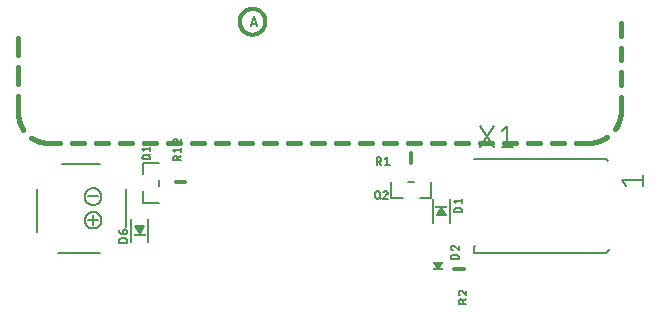
<source format=gbr>
G04 EAGLE Gerber RS-274X export*
G75*
%MOMM*%
%FSLAX34Y34*%
%LPD*%
%INSilkscreen Top*%
%IPPOS*%
%AMOC8*
5,1,8,0,0,1.08239X$1,22.5*%
G01*
%ADD10C,0.406400*%
%ADD11C,0.304800*%
%ADD12C,0.203200*%
%ADD13C,0.127000*%
%ADD14C,0.152400*%
%ADD15R,1.000000X0.200000*%
%ADD16C,0.200000*%
%ADD17R,0.889000X0.190500*%

G36*
X358179Y24640D02*
X358179Y24640D01*
X358184Y24640D01*
X358300Y24666D01*
X358416Y24691D01*
X358420Y24693D01*
X358424Y24694D01*
X358526Y24755D01*
X358628Y24816D01*
X358631Y24819D01*
X358634Y24821D01*
X358749Y24943D01*
X362559Y30023D01*
X362567Y30039D01*
X362580Y30052D01*
X362624Y30148D01*
X362673Y30241D01*
X362676Y30259D01*
X362683Y30275D01*
X362695Y30380D01*
X362711Y30484D01*
X362708Y30502D01*
X362710Y30519D01*
X362688Y30622D01*
X362670Y30727D01*
X362662Y30742D01*
X362658Y30760D01*
X362604Y30850D01*
X362554Y30944D01*
X362541Y30956D01*
X362532Y30971D01*
X362452Y31040D01*
X362375Y31112D01*
X362358Y31119D01*
X362345Y31131D01*
X362247Y31170D01*
X362151Y31214D01*
X362133Y31216D01*
X362117Y31223D01*
X361950Y31241D01*
X354330Y31241D01*
X354312Y31238D01*
X354295Y31240D01*
X354191Y31219D01*
X354087Y31202D01*
X354072Y31193D01*
X354054Y31190D01*
X353963Y31136D01*
X353870Y31086D01*
X353858Y31074D01*
X353842Y31065D01*
X353773Y30985D01*
X353701Y30908D01*
X353693Y30892D01*
X353681Y30878D01*
X353641Y30781D01*
X353597Y30685D01*
X353595Y30667D01*
X353588Y30651D01*
X353581Y30545D01*
X353570Y30441D01*
X353574Y30423D01*
X353572Y30405D01*
X353600Y30303D01*
X353622Y30200D01*
X353631Y30185D01*
X353636Y30168D01*
X353721Y30023D01*
X357531Y24943D01*
X357534Y24940D01*
X357536Y24937D01*
X357623Y24855D01*
X357708Y24773D01*
X357712Y24771D01*
X357715Y24768D01*
X357824Y24718D01*
X357931Y24668D01*
X357935Y24668D01*
X357939Y24666D01*
X358057Y24653D01*
X358175Y24640D01*
X358179Y24640D01*
G37*
G36*
X363005Y71544D02*
X363005Y71544D01*
X363077Y71544D01*
X363145Y71564D01*
X363216Y71574D01*
X363281Y71603D01*
X363350Y71623D01*
X363410Y71661D01*
X363475Y71690D01*
X363530Y71736D01*
X363590Y71774D01*
X363638Y71828D01*
X363692Y71874D01*
X363732Y71933D01*
X363779Y71987D01*
X363810Y72051D01*
X363850Y72110D01*
X363871Y72179D01*
X363902Y72243D01*
X363914Y72313D01*
X363935Y72381D01*
X363937Y72453D01*
X363949Y72524D01*
X363941Y72594D01*
X363943Y72665D01*
X363924Y72735D01*
X363916Y72806D01*
X363891Y72861D01*
X363871Y72940D01*
X363810Y73043D01*
X363779Y73112D01*
X361779Y76112D01*
X361702Y76199D01*
X361629Y76289D01*
X361607Y76304D01*
X361589Y76324D01*
X361492Y76386D01*
X361397Y76453D01*
X361371Y76461D01*
X361349Y76476D01*
X361238Y76508D01*
X361128Y76546D01*
X361101Y76547D01*
X361076Y76554D01*
X360960Y76554D01*
X360844Y76560D01*
X360818Y76554D01*
X360791Y76554D01*
X360680Y76522D01*
X360567Y76496D01*
X360544Y76483D01*
X360518Y76475D01*
X360420Y76413D01*
X360319Y76357D01*
X360303Y76339D01*
X360278Y76324D01*
X360093Y76116D01*
X360089Y76112D01*
X358089Y73112D01*
X358058Y73048D01*
X358019Y72988D01*
X357997Y72920D01*
X357966Y72856D01*
X357954Y72785D01*
X357933Y72717D01*
X357931Y72646D01*
X357919Y72576D01*
X357927Y72504D01*
X357925Y72433D01*
X357943Y72364D01*
X357952Y72293D01*
X357979Y72227D01*
X357997Y72158D01*
X358034Y72097D01*
X358061Y72031D01*
X358106Y71975D01*
X358143Y71913D01*
X358194Y71864D01*
X358239Y71809D01*
X358298Y71768D01*
X358350Y71719D01*
X358413Y71686D01*
X358471Y71645D01*
X358539Y71622D01*
X358603Y71589D01*
X358662Y71579D01*
X358740Y71552D01*
X358859Y71546D01*
X358934Y71534D01*
X362934Y71534D01*
X363005Y71544D01*
G37*
G36*
X105526Y55780D02*
X105526Y55780D01*
X105553Y55780D01*
X105664Y55812D01*
X105777Y55838D01*
X105800Y55851D01*
X105826Y55859D01*
X105924Y55921D01*
X106025Y55977D01*
X106041Y55995D01*
X106066Y56010D01*
X106251Y56218D01*
X106255Y56222D01*
X108255Y59222D01*
X108286Y59286D01*
X108326Y59346D01*
X108347Y59414D01*
X108378Y59478D01*
X108390Y59549D01*
X108411Y59617D01*
X108413Y59688D01*
X108425Y59759D01*
X108417Y59830D01*
X108419Y59901D01*
X108401Y59970D01*
X108392Y60041D01*
X108365Y60107D01*
X108347Y60176D01*
X108310Y60237D01*
X108283Y60303D01*
X108238Y60359D01*
X108202Y60421D01*
X108150Y60470D01*
X108105Y60525D01*
X108047Y60566D01*
X107994Y60615D01*
X107931Y60648D01*
X107873Y60689D01*
X107805Y60712D01*
X107741Y60745D01*
X107682Y60755D01*
X107604Y60782D01*
X107485Y60788D01*
X107410Y60800D01*
X103410Y60800D01*
X103339Y60790D01*
X103267Y60790D01*
X103199Y60770D01*
X103129Y60760D01*
X103063Y60731D01*
X102994Y60711D01*
X102934Y60673D01*
X102869Y60644D01*
X102814Y60598D01*
X102754Y60560D01*
X102706Y60507D01*
X102652Y60461D01*
X102612Y60401D01*
X102565Y60347D01*
X102534Y60283D01*
X102495Y60224D01*
X102473Y60156D01*
X102442Y60091D01*
X102430Y60021D01*
X102409Y59953D01*
X102407Y59881D01*
X102395Y59811D01*
X102403Y59740D01*
X102401Y59669D01*
X102420Y59599D01*
X102428Y59528D01*
X102453Y59473D01*
X102473Y59394D01*
X102534Y59291D01*
X102565Y59222D01*
X104565Y56222D01*
X104642Y56135D01*
X104715Y56045D01*
X104737Y56030D01*
X104755Y56010D01*
X104852Y55948D01*
X104947Y55881D01*
X104973Y55873D01*
X104995Y55858D01*
X105106Y55826D01*
X105216Y55788D01*
X105243Y55787D01*
X105268Y55780D01*
X105384Y55780D01*
X105500Y55774D01*
X105526Y55780D01*
G37*
D10*
X2540Y220980D02*
X2540Y206480D01*
X2540Y196480D02*
X2540Y181980D01*
X2540Y171980D02*
X2540Y157480D01*
X2548Y156857D01*
X2571Y156235D01*
X2609Y155613D01*
X2662Y154992D01*
X2731Y154373D01*
X2814Y153756D01*
X2913Y153141D01*
X3027Y152529D01*
X3156Y151920D01*
X3300Y151313D01*
X3459Y150711D01*
X3632Y150113D01*
X3820Y149519D01*
X4022Y148930D01*
X4239Y148346D01*
X4470Y147768D01*
X4715Y147195D01*
X4975Y146629D01*
X5248Y146069D01*
X5534Y145516D01*
X5834Y144970D01*
X6148Y144432D01*
X6474Y143901D01*
X6814Y143379D01*
X13839Y136354D02*
X14361Y136014D01*
X14892Y135688D01*
X15430Y135374D01*
X15976Y135074D01*
X16529Y134788D01*
X17089Y134515D01*
X17655Y134255D01*
X18228Y134010D01*
X18806Y133779D01*
X19390Y133562D01*
X19979Y133360D01*
X20573Y133172D01*
X21171Y132999D01*
X21773Y132840D01*
X22380Y132696D01*
X22989Y132567D01*
X23601Y132453D01*
X24216Y132354D01*
X24833Y132271D01*
X25452Y132202D01*
X26073Y132149D01*
X26695Y132111D01*
X27317Y132088D01*
X27940Y132080D01*
X38253Y132080D01*
X48253Y132080D02*
X58566Y132080D01*
X68566Y132080D02*
X78879Y132080D01*
X88879Y132080D02*
X99192Y132080D01*
X109192Y132080D02*
X119505Y132080D01*
X129505Y132080D02*
X139818Y132080D01*
X149818Y132080D02*
X160131Y132080D01*
X170131Y132080D02*
X180444Y132080D01*
X190444Y132080D02*
X200757Y132080D01*
X210757Y132080D02*
X221070Y132080D01*
X231070Y132080D02*
X241383Y132080D01*
X251383Y132080D02*
X261697Y132080D01*
X271697Y132080D02*
X282010Y132080D01*
X292010Y132080D02*
X302323Y132080D01*
X312323Y132080D02*
X322636Y132080D01*
X332636Y132080D02*
X342949Y132080D01*
X352949Y132080D02*
X363262Y132080D01*
X373262Y132080D02*
X383575Y132080D01*
X393575Y132080D02*
X403888Y132080D01*
X413888Y132080D02*
X424201Y132080D01*
X434201Y132080D02*
X444514Y132080D01*
X454514Y132080D02*
X464827Y132080D01*
X474827Y132080D02*
X485140Y132080D01*
X485818Y132088D01*
X486495Y132113D01*
X487171Y132154D01*
X487847Y132211D01*
X488520Y132285D01*
X489192Y132375D01*
X489862Y132482D01*
X490528Y132604D01*
X491192Y132743D01*
X491851Y132898D01*
X492507Y133069D01*
X493159Y133255D01*
X493806Y133458D01*
X494447Y133676D01*
X495084Y133909D01*
X495714Y134158D01*
X496338Y134422D01*
X496956Y134701D01*
X497566Y134995D01*
X498170Y135304D01*
X498765Y135628D01*
X499353Y135965D01*
X499932Y136317D01*
X500503Y136683D01*
X501064Y137062D01*
X508098Y144096D02*
X508477Y144657D01*
X508843Y145228D01*
X509195Y145807D01*
X509532Y146395D01*
X509856Y146990D01*
X510165Y147594D01*
X510459Y148204D01*
X510738Y148822D01*
X511002Y149446D01*
X511251Y150076D01*
X511484Y150713D01*
X511702Y151354D01*
X511905Y152001D01*
X512091Y152653D01*
X512262Y153309D01*
X512417Y153968D01*
X512556Y154632D01*
X512678Y155298D01*
X512785Y155968D01*
X512875Y156640D01*
X512949Y157313D01*
X513006Y157989D01*
X513047Y158665D01*
X513072Y159342D01*
X513080Y160020D01*
X513080Y170935D01*
X513080Y180935D02*
X513080Y191850D01*
X513080Y201850D02*
X513080Y212765D01*
X513080Y222765D02*
X513080Y233680D01*
D11*
X190119Y234626D02*
X190122Y234894D01*
X190132Y235162D01*
X190149Y235430D01*
X190172Y235697D01*
X190201Y235963D01*
X190237Y236229D01*
X190280Y236494D01*
X190329Y236757D01*
X190384Y237019D01*
X190446Y237280D01*
X190515Y237540D01*
X190589Y237797D01*
X190670Y238053D01*
X190758Y238306D01*
X190851Y238557D01*
X190951Y238806D01*
X191056Y239053D01*
X191168Y239297D01*
X191285Y239538D01*
X191409Y239776D01*
X191538Y240010D01*
X191673Y240242D01*
X191814Y240470D01*
X191960Y240695D01*
X192112Y240916D01*
X192269Y241133D01*
X192431Y241347D01*
X192599Y241556D01*
X192771Y241761D01*
X192949Y241962D01*
X193131Y242159D01*
X193319Y242350D01*
X193510Y242538D01*
X193707Y242720D01*
X193908Y242898D01*
X194113Y243070D01*
X194322Y243238D01*
X194536Y243400D01*
X194753Y243557D01*
X194974Y243709D01*
X195199Y243855D01*
X195427Y243996D01*
X195659Y244131D01*
X195893Y244260D01*
X196131Y244384D01*
X196372Y244501D01*
X196616Y244613D01*
X196863Y244718D01*
X197112Y244818D01*
X197363Y244911D01*
X197616Y244999D01*
X197872Y245080D01*
X198129Y245154D01*
X198389Y245223D01*
X198650Y245285D01*
X198912Y245340D01*
X199175Y245389D01*
X199440Y245432D01*
X199706Y245468D01*
X199972Y245497D01*
X200239Y245520D01*
X200507Y245537D01*
X200775Y245547D01*
X201043Y245550D01*
X201311Y245547D01*
X201579Y245537D01*
X201847Y245520D01*
X202114Y245497D01*
X202380Y245468D01*
X202646Y245432D01*
X202911Y245389D01*
X203174Y245340D01*
X203436Y245285D01*
X203697Y245223D01*
X203957Y245154D01*
X204214Y245080D01*
X204470Y244999D01*
X204723Y244911D01*
X204974Y244818D01*
X205223Y244718D01*
X205470Y244613D01*
X205714Y244501D01*
X205955Y244384D01*
X206193Y244260D01*
X206427Y244131D01*
X206659Y243996D01*
X206887Y243855D01*
X207112Y243709D01*
X207333Y243557D01*
X207550Y243400D01*
X207764Y243238D01*
X207973Y243070D01*
X208178Y242898D01*
X208379Y242720D01*
X208576Y242538D01*
X208767Y242350D01*
X208955Y242159D01*
X209137Y241962D01*
X209315Y241761D01*
X209487Y241556D01*
X209655Y241347D01*
X209817Y241133D01*
X209974Y240916D01*
X210126Y240695D01*
X210272Y240470D01*
X210413Y240242D01*
X210548Y240010D01*
X210677Y239776D01*
X210801Y239538D01*
X210918Y239297D01*
X211030Y239053D01*
X211135Y238806D01*
X211235Y238557D01*
X211328Y238306D01*
X211416Y238053D01*
X211497Y237797D01*
X211571Y237540D01*
X211640Y237280D01*
X211702Y237019D01*
X211757Y236757D01*
X211806Y236494D01*
X211849Y236229D01*
X211885Y235963D01*
X211914Y235697D01*
X211937Y235430D01*
X211954Y235162D01*
X211964Y234894D01*
X211967Y234626D01*
X211964Y234358D01*
X211954Y234090D01*
X211937Y233822D01*
X211914Y233555D01*
X211885Y233289D01*
X211849Y233023D01*
X211806Y232758D01*
X211757Y232495D01*
X211702Y232233D01*
X211640Y231972D01*
X211571Y231712D01*
X211497Y231455D01*
X211416Y231199D01*
X211328Y230946D01*
X211235Y230695D01*
X211135Y230446D01*
X211030Y230199D01*
X210918Y229955D01*
X210801Y229714D01*
X210677Y229476D01*
X210548Y229242D01*
X210413Y229010D01*
X210272Y228782D01*
X210126Y228557D01*
X209974Y228336D01*
X209817Y228119D01*
X209655Y227905D01*
X209487Y227696D01*
X209315Y227491D01*
X209137Y227290D01*
X208955Y227093D01*
X208767Y226902D01*
X208576Y226714D01*
X208379Y226532D01*
X208178Y226354D01*
X207973Y226182D01*
X207764Y226014D01*
X207550Y225852D01*
X207333Y225695D01*
X207112Y225543D01*
X206887Y225397D01*
X206659Y225256D01*
X206427Y225121D01*
X206193Y224992D01*
X205955Y224868D01*
X205714Y224751D01*
X205470Y224639D01*
X205223Y224534D01*
X204974Y224434D01*
X204723Y224341D01*
X204470Y224253D01*
X204214Y224172D01*
X203957Y224098D01*
X203697Y224029D01*
X203436Y223967D01*
X203174Y223912D01*
X202911Y223863D01*
X202646Y223820D01*
X202380Y223784D01*
X202114Y223755D01*
X201847Y223732D01*
X201579Y223715D01*
X201311Y223705D01*
X201043Y223702D01*
X200775Y223705D01*
X200507Y223715D01*
X200239Y223732D01*
X199972Y223755D01*
X199706Y223784D01*
X199440Y223820D01*
X199175Y223863D01*
X198912Y223912D01*
X198650Y223967D01*
X198389Y224029D01*
X198129Y224098D01*
X197872Y224172D01*
X197616Y224253D01*
X197363Y224341D01*
X197112Y224434D01*
X196863Y224534D01*
X196616Y224639D01*
X196372Y224751D01*
X196131Y224868D01*
X195893Y224992D01*
X195659Y225121D01*
X195427Y225256D01*
X195199Y225397D01*
X194974Y225543D01*
X194753Y225695D01*
X194536Y225852D01*
X194322Y226014D01*
X194113Y226182D01*
X193908Y226354D01*
X193707Y226532D01*
X193510Y226714D01*
X193319Y226902D01*
X193131Y227093D01*
X192949Y227290D01*
X192771Y227491D01*
X192599Y227696D01*
X192431Y227905D01*
X192269Y228119D01*
X192112Y228336D01*
X191960Y228557D01*
X191814Y228782D01*
X191673Y229010D01*
X191538Y229242D01*
X191409Y229476D01*
X191285Y229714D01*
X191168Y229955D01*
X191056Y230199D01*
X190951Y230446D01*
X190851Y230695D01*
X190758Y230946D01*
X190670Y231199D01*
X190589Y231455D01*
X190515Y231712D01*
X190446Y231972D01*
X190384Y232233D01*
X190329Y232495D01*
X190280Y232758D01*
X190237Y233023D01*
X190201Y233289D01*
X190172Y233555D01*
X190149Y233822D01*
X190132Y234090D01*
X190122Y234358D01*
X190119Y234626D01*
D12*
X199544Y231037D02*
X202253Y239165D01*
X204963Y231037D01*
X204285Y233069D02*
X200221Y233069D01*
D13*
X58936Y66708D02*
X58938Y66882D01*
X58945Y67055D01*
X58955Y67228D01*
X58970Y67401D01*
X58989Y67574D01*
X59013Y67746D01*
X59040Y67917D01*
X59072Y68087D01*
X59108Y68257D01*
X59148Y68426D01*
X59192Y68594D01*
X59240Y68761D01*
X59293Y68926D01*
X59349Y69090D01*
X59410Y69253D01*
X59474Y69414D01*
X59543Y69573D01*
X59615Y69731D01*
X59691Y69887D01*
X59771Y70041D01*
X59855Y70193D01*
X59942Y70343D01*
X60033Y70491D01*
X60128Y70636D01*
X60226Y70780D01*
X60328Y70920D01*
X60433Y71058D01*
X60541Y71194D01*
X60653Y71327D01*
X60768Y71457D01*
X60886Y71584D01*
X61007Y71708D01*
X61131Y71829D01*
X61258Y71947D01*
X61388Y72062D01*
X61521Y72174D01*
X61657Y72282D01*
X61795Y72387D01*
X61935Y72489D01*
X62079Y72587D01*
X62224Y72682D01*
X62372Y72773D01*
X62522Y72860D01*
X62674Y72944D01*
X62828Y73024D01*
X62984Y73100D01*
X63142Y73172D01*
X63301Y73241D01*
X63462Y73305D01*
X63625Y73366D01*
X63789Y73422D01*
X63954Y73475D01*
X64121Y73523D01*
X64289Y73567D01*
X64458Y73607D01*
X64628Y73643D01*
X64798Y73675D01*
X64969Y73702D01*
X65141Y73726D01*
X65314Y73745D01*
X65487Y73760D01*
X65660Y73770D01*
X65833Y73777D01*
X66007Y73779D01*
X66181Y73777D01*
X66354Y73770D01*
X66527Y73760D01*
X66700Y73745D01*
X66873Y73726D01*
X67045Y73702D01*
X67216Y73675D01*
X67386Y73643D01*
X67556Y73607D01*
X67725Y73567D01*
X67893Y73523D01*
X68060Y73475D01*
X68225Y73422D01*
X68389Y73366D01*
X68552Y73305D01*
X68713Y73241D01*
X68872Y73172D01*
X69030Y73100D01*
X69186Y73024D01*
X69340Y72944D01*
X69492Y72860D01*
X69642Y72773D01*
X69790Y72682D01*
X69935Y72587D01*
X70079Y72489D01*
X70219Y72387D01*
X70357Y72282D01*
X70493Y72174D01*
X70626Y72062D01*
X70756Y71947D01*
X70883Y71829D01*
X71007Y71708D01*
X71128Y71584D01*
X71246Y71457D01*
X71361Y71327D01*
X71473Y71194D01*
X71581Y71058D01*
X71686Y70920D01*
X71788Y70780D01*
X71886Y70636D01*
X71981Y70491D01*
X72072Y70343D01*
X72159Y70193D01*
X72243Y70041D01*
X72323Y69887D01*
X72399Y69731D01*
X72471Y69573D01*
X72540Y69414D01*
X72604Y69253D01*
X72665Y69090D01*
X72721Y68926D01*
X72774Y68761D01*
X72822Y68594D01*
X72866Y68426D01*
X72906Y68257D01*
X72942Y68087D01*
X72974Y67917D01*
X73001Y67746D01*
X73025Y67574D01*
X73044Y67401D01*
X73059Y67228D01*
X73069Y67055D01*
X73076Y66882D01*
X73078Y66708D01*
X73076Y66534D01*
X73069Y66361D01*
X73059Y66188D01*
X73044Y66015D01*
X73025Y65842D01*
X73001Y65670D01*
X72974Y65499D01*
X72942Y65329D01*
X72906Y65159D01*
X72866Y64990D01*
X72822Y64822D01*
X72774Y64655D01*
X72721Y64490D01*
X72665Y64326D01*
X72604Y64163D01*
X72540Y64002D01*
X72471Y63843D01*
X72399Y63685D01*
X72323Y63529D01*
X72243Y63375D01*
X72159Y63223D01*
X72072Y63073D01*
X71981Y62925D01*
X71886Y62780D01*
X71788Y62636D01*
X71686Y62496D01*
X71581Y62358D01*
X71473Y62222D01*
X71361Y62089D01*
X71246Y61959D01*
X71128Y61832D01*
X71007Y61708D01*
X70883Y61587D01*
X70756Y61469D01*
X70626Y61354D01*
X70493Y61242D01*
X70357Y61134D01*
X70219Y61029D01*
X70079Y60927D01*
X69935Y60829D01*
X69790Y60734D01*
X69642Y60643D01*
X69492Y60556D01*
X69340Y60472D01*
X69186Y60392D01*
X69030Y60316D01*
X68872Y60244D01*
X68713Y60175D01*
X68552Y60111D01*
X68389Y60050D01*
X68225Y59994D01*
X68060Y59941D01*
X67893Y59893D01*
X67725Y59849D01*
X67556Y59809D01*
X67386Y59773D01*
X67216Y59741D01*
X67045Y59714D01*
X66873Y59690D01*
X66700Y59671D01*
X66527Y59656D01*
X66354Y59646D01*
X66181Y59639D01*
X66007Y59637D01*
X65833Y59639D01*
X65660Y59646D01*
X65487Y59656D01*
X65314Y59671D01*
X65141Y59690D01*
X64969Y59714D01*
X64798Y59741D01*
X64628Y59773D01*
X64458Y59809D01*
X64289Y59849D01*
X64121Y59893D01*
X63954Y59941D01*
X63789Y59994D01*
X63625Y60050D01*
X63462Y60111D01*
X63301Y60175D01*
X63142Y60244D01*
X62984Y60316D01*
X62828Y60392D01*
X62674Y60472D01*
X62522Y60556D01*
X62372Y60643D01*
X62224Y60734D01*
X62079Y60829D01*
X61935Y60927D01*
X61795Y61029D01*
X61657Y61134D01*
X61521Y61242D01*
X61388Y61354D01*
X61258Y61469D01*
X61131Y61587D01*
X61007Y61708D01*
X60886Y61832D01*
X60768Y61959D01*
X60653Y62089D01*
X60541Y62222D01*
X60433Y62358D01*
X60328Y62496D01*
X60226Y62636D01*
X60128Y62780D01*
X60033Y62925D01*
X59942Y63073D01*
X59855Y63223D01*
X59771Y63375D01*
X59691Y63529D01*
X59615Y63685D01*
X59543Y63843D01*
X59474Y64002D01*
X59410Y64163D01*
X59349Y64326D01*
X59293Y64490D01*
X59240Y64655D01*
X59192Y64822D01*
X59148Y64990D01*
X59108Y65159D01*
X59072Y65329D01*
X59040Y65499D01*
X59013Y65670D01*
X58989Y65842D01*
X58970Y66015D01*
X58955Y66188D01*
X58945Y66361D01*
X58938Y66534D01*
X58936Y66708D01*
X62007Y66708D02*
X70007Y66708D01*
X66007Y70708D02*
X66007Y62708D01*
X18507Y56708D02*
X18507Y93208D01*
X36007Y39208D02*
X72007Y39208D01*
X93507Y60708D02*
X93507Y92708D01*
X72007Y114208D02*
X40007Y114208D01*
X58936Y86708D02*
X58938Y86882D01*
X58945Y87055D01*
X58955Y87228D01*
X58970Y87401D01*
X58989Y87574D01*
X59013Y87746D01*
X59040Y87917D01*
X59072Y88087D01*
X59108Y88257D01*
X59148Y88426D01*
X59192Y88594D01*
X59240Y88761D01*
X59293Y88926D01*
X59349Y89090D01*
X59410Y89253D01*
X59474Y89414D01*
X59543Y89573D01*
X59615Y89731D01*
X59691Y89887D01*
X59771Y90041D01*
X59855Y90193D01*
X59942Y90343D01*
X60033Y90491D01*
X60128Y90636D01*
X60226Y90780D01*
X60328Y90920D01*
X60433Y91058D01*
X60541Y91194D01*
X60653Y91327D01*
X60768Y91457D01*
X60886Y91584D01*
X61007Y91708D01*
X61131Y91829D01*
X61258Y91947D01*
X61388Y92062D01*
X61521Y92174D01*
X61657Y92282D01*
X61795Y92387D01*
X61935Y92489D01*
X62079Y92587D01*
X62224Y92682D01*
X62372Y92773D01*
X62522Y92860D01*
X62674Y92944D01*
X62828Y93024D01*
X62984Y93100D01*
X63142Y93172D01*
X63301Y93241D01*
X63462Y93305D01*
X63625Y93366D01*
X63789Y93422D01*
X63954Y93475D01*
X64121Y93523D01*
X64289Y93567D01*
X64458Y93607D01*
X64628Y93643D01*
X64798Y93675D01*
X64969Y93702D01*
X65141Y93726D01*
X65314Y93745D01*
X65487Y93760D01*
X65660Y93770D01*
X65833Y93777D01*
X66007Y93779D01*
X66181Y93777D01*
X66354Y93770D01*
X66527Y93760D01*
X66700Y93745D01*
X66873Y93726D01*
X67045Y93702D01*
X67216Y93675D01*
X67386Y93643D01*
X67556Y93607D01*
X67725Y93567D01*
X67893Y93523D01*
X68060Y93475D01*
X68225Y93422D01*
X68389Y93366D01*
X68552Y93305D01*
X68713Y93241D01*
X68872Y93172D01*
X69030Y93100D01*
X69186Y93024D01*
X69340Y92944D01*
X69492Y92860D01*
X69642Y92773D01*
X69790Y92682D01*
X69935Y92587D01*
X70079Y92489D01*
X70219Y92387D01*
X70357Y92282D01*
X70493Y92174D01*
X70626Y92062D01*
X70756Y91947D01*
X70883Y91829D01*
X71007Y91708D01*
X71128Y91584D01*
X71246Y91457D01*
X71361Y91327D01*
X71473Y91194D01*
X71581Y91058D01*
X71686Y90920D01*
X71788Y90780D01*
X71886Y90636D01*
X71981Y90491D01*
X72072Y90343D01*
X72159Y90193D01*
X72243Y90041D01*
X72323Y89887D01*
X72399Y89731D01*
X72471Y89573D01*
X72540Y89414D01*
X72604Y89253D01*
X72665Y89090D01*
X72721Y88926D01*
X72774Y88761D01*
X72822Y88594D01*
X72866Y88426D01*
X72906Y88257D01*
X72942Y88087D01*
X72974Y87917D01*
X73001Y87746D01*
X73025Y87574D01*
X73044Y87401D01*
X73059Y87228D01*
X73069Y87055D01*
X73076Y86882D01*
X73078Y86708D01*
X73076Y86534D01*
X73069Y86361D01*
X73059Y86188D01*
X73044Y86015D01*
X73025Y85842D01*
X73001Y85670D01*
X72974Y85499D01*
X72942Y85329D01*
X72906Y85159D01*
X72866Y84990D01*
X72822Y84822D01*
X72774Y84655D01*
X72721Y84490D01*
X72665Y84326D01*
X72604Y84163D01*
X72540Y84002D01*
X72471Y83843D01*
X72399Y83685D01*
X72323Y83529D01*
X72243Y83375D01*
X72159Y83223D01*
X72072Y83073D01*
X71981Y82925D01*
X71886Y82780D01*
X71788Y82636D01*
X71686Y82496D01*
X71581Y82358D01*
X71473Y82222D01*
X71361Y82089D01*
X71246Y81959D01*
X71128Y81832D01*
X71007Y81708D01*
X70883Y81587D01*
X70756Y81469D01*
X70626Y81354D01*
X70493Y81242D01*
X70357Y81134D01*
X70219Y81029D01*
X70079Y80927D01*
X69935Y80829D01*
X69790Y80734D01*
X69642Y80643D01*
X69492Y80556D01*
X69340Y80472D01*
X69186Y80392D01*
X69030Y80316D01*
X68872Y80244D01*
X68713Y80175D01*
X68552Y80111D01*
X68389Y80050D01*
X68225Y79994D01*
X68060Y79941D01*
X67893Y79893D01*
X67725Y79849D01*
X67556Y79809D01*
X67386Y79773D01*
X67216Y79741D01*
X67045Y79714D01*
X66873Y79690D01*
X66700Y79671D01*
X66527Y79656D01*
X66354Y79646D01*
X66181Y79639D01*
X66007Y79637D01*
X65833Y79639D01*
X65660Y79646D01*
X65487Y79656D01*
X65314Y79671D01*
X65141Y79690D01*
X64969Y79714D01*
X64798Y79741D01*
X64628Y79773D01*
X64458Y79809D01*
X64289Y79849D01*
X64121Y79893D01*
X63954Y79941D01*
X63789Y79994D01*
X63625Y80050D01*
X63462Y80111D01*
X63301Y80175D01*
X63142Y80244D01*
X62984Y80316D01*
X62828Y80392D01*
X62674Y80472D01*
X62522Y80556D01*
X62372Y80643D01*
X62224Y80734D01*
X62079Y80829D01*
X61935Y80927D01*
X61795Y81029D01*
X61657Y81134D01*
X61521Y81242D01*
X61388Y81354D01*
X61258Y81469D01*
X61131Y81587D01*
X61007Y81708D01*
X60886Y81832D01*
X60768Y81959D01*
X60653Y82089D01*
X60541Y82222D01*
X60433Y82358D01*
X60328Y82496D01*
X60226Y82636D01*
X60128Y82780D01*
X60033Y82925D01*
X59942Y83073D01*
X59855Y83223D01*
X59771Y83375D01*
X59691Y83529D01*
X59615Y83685D01*
X59543Y83843D01*
X59474Y84002D01*
X59410Y84163D01*
X59349Y84326D01*
X59293Y84490D01*
X59240Y84655D01*
X59192Y84822D01*
X59148Y84990D01*
X59108Y85159D01*
X59072Y85329D01*
X59040Y85499D01*
X59013Y85670D01*
X58989Y85842D01*
X58970Y86015D01*
X58955Y86188D01*
X58945Y86361D01*
X58938Y86534D01*
X58936Y86708D01*
X62007Y86708D02*
X70007Y86708D01*
D12*
X108585Y81574D02*
X121713Y81574D01*
X108585Y81574D02*
X108585Y91162D01*
X108585Y115022D02*
X121713Y115022D01*
X108585Y115022D02*
X108585Y105434D01*
X121793Y100522D02*
X121793Y95934D01*
D14*
X112593Y118110D02*
X109657Y118110D01*
X109572Y118112D01*
X109488Y118118D01*
X109404Y118128D01*
X109320Y118141D01*
X109237Y118159D01*
X109155Y118180D01*
X109074Y118205D01*
X108994Y118234D01*
X108916Y118266D01*
X108840Y118302D01*
X108765Y118342D01*
X108692Y118385D01*
X108621Y118431D01*
X108552Y118480D01*
X108485Y118533D01*
X108421Y118589D01*
X108360Y118647D01*
X108302Y118708D01*
X108246Y118772D01*
X108193Y118839D01*
X108144Y118908D01*
X108098Y118979D01*
X108055Y119052D01*
X108015Y119127D01*
X107979Y119203D01*
X107947Y119281D01*
X107918Y119361D01*
X107893Y119442D01*
X107872Y119524D01*
X107854Y119607D01*
X107841Y119691D01*
X107831Y119775D01*
X107825Y119859D01*
X107823Y119944D01*
X107825Y120029D01*
X107831Y120113D01*
X107841Y120197D01*
X107854Y120281D01*
X107872Y120364D01*
X107893Y120446D01*
X107918Y120527D01*
X107947Y120607D01*
X107979Y120685D01*
X108015Y120761D01*
X108055Y120836D01*
X108098Y120909D01*
X108144Y120980D01*
X108193Y121049D01*
X108246Y121116D01*
X108302Y121180D01*
X108360Y121241D01*
X108421Y121299D01*
X108485Y121355D01*
X108552Y121408D01*
X108621Y121457D01*
X108692Y121503D01*
X108765Y121546D01*
X108840Y121586D01*
X108916Y121622D01*
X108994Y121654D01*
X109074Y121683D01*
X109155Y121708D01*
X109237Y121729D01*
X109320Y121747D01*
X109404Y121760D01*
X109488Y121770D01*
X109572Y121776D01*
X109657Y121778D01*
X109657Y121779D02*
X112593Y121779D01*
X112593Y121778D02*
X112678Y121776D01*
X112762Y121770D01*
X112846Y121760D01*
X112930Y121747D01*
X113013Y121729D01*
X113095Y121708D01*
X113176Y121683D01*
X113256Y121654D01*
X113334Y121622D01*
X113410Y121586D01*
X113485Y121546D01*
X113558Y121503D01*
X113629Y121457D01*
X113698Y121408D01*
X113765Y121355D01*
X113829Y121299D01*
X113890Y121241D01*
X113948Y121180D01*
X114004Y121116D01*
X114057Y121049D01*
X114106Y120980D01*
X114152Y120909D01*
X114195Y120836D01*
X114235Y120761D01*
X114271Y120685D01*
X114303Y120607D01*
X114332Y120527D01*
X114357Y120446D01*
X114378Y120364D01*
X114396Y120281D01*
X114409Y120197D01*
X114419Y120113D01*
X114425Y120029D01*
X114427Y119944D01*
X114425Y119859D01*
X114419Y119775D01*
X114409Y119691D01*
X114396Y119607D01*
X114378Y119524D01*
X114357Y119442D01*
X114332Y119361D01*
X114303Y119281D01*
X114271Y119203D01*
X114235Y119127D01*
X114195Y119052D01*
X114152Y118979D01*
X114106Y118908D01*
X114057Y118839D01*
X114004Y118772D01*
X113948Y118708D01*
X113890Y118647D01*
X113829Y118589D01*
X113765Y118533D01*
X113698Y118480D01*
X113629Y118431D01*
X113558Y118385D01*
X113485Y118342D01*
X113410Y118302D01*
X113334Y118266D01*
X113256Y118234D01*
X113176Y118205D01*
X113095Y118180D01*
X113013Y118159D01*
X112930Y118141D01*
X112846Y118128D01*
X112762Y118118D01*
X112678Y118112D01*
X112593Y118110D01*
X112959Y121045D02*
X114427Y122513D01*
X109291Y124955D02*
X107823Y126790D01*
X114427Y126790D01*
X114427Y128624D02*
X114427Y124955D01*
D11*
X135954Y98679D02*
X143954Y98679D01*
D14*
X140462Y117221D02*
X133858Y117221D01*
X133858Y119055D01*
X133860Y119140D01*
X133866Y119224D01*
X133876Y119308D01*
X133889Y119392D01*
X133907Y119475D01*
X133928Y119557D01*
X133953Y119638D01*
X133982Y119718D01*
X134014Y119796D01*
X134050Y119872D01*
X134090Y119947D01*
X134133Y120020D01*
X134179Y120091D01*
X134228Y120160D01*
X134281Y120227D01*
X134337Y120291D01*
X134395Y120352D01*
X134456Y120410D01*
X134520Y120466D01*
X134587Y120519D01*
X134656Y120568D01*
X134727Y120614D01*
X134800Y120657D01*
X134875Y120697D01*
X134951Y120733D01*
X135029Y120765D01*
X135109Y120794D01*
X135190Y120819D01*
X135272Y120840D01*
X135355Y120858D01*
X135439Y120871D01*
X135523Y120881D01*
X135607Y120887D01*
X135692Y120889D01*
X135777Y120887D01*
X135861Y120881D01*
X135945Y120871D01*
X136029Y120858D01*
X136112Y120840D01*
X136194Y120819D01*
X136275Y120794D01*
X136355Y120765D01*
X136433Y120733D01*
X136509Y120697D01*
X136584Y120657D01*
X136657Y120614D01*
X136728Y120568D01*
X136797Y120519D01*
X136864Y120466D01*
X136928Y120410D01*
X136989Y120352D01*
X137047Y120291D01*
X137103Y120227D01*
X137156Y120160D01*
X137205Y120091D01*
X137251Y120020D01*
X137294Y119947D01*
X137334Y119872D01*
X137370Y119796D01*
X137402Y119718D01*
X137431Y119638D01*
X137456Y119557D01*
X137477Y119475D01*
X137495Y119392D01*
X137508Y119308D01*
X137518Y119224D01*
X137524Y119140D01*
X137526Y119055D01*
X137527Y119055D02*
X137527Y117221D01*
X137527Y119422D02*
X140462Y120890D01*
X135326Y124457D02*
X133858Y126292D01*
X140462Y126292D01*
X140462Y128126D02*
X140462Y124457D01*
X133858Y133790D02*
X133860Y133869D01*
X133865Y133947D01*
X133875Y134025D01*
X133888Y134102D01*
X133905Y134179D01*
X133925Y134255D01*
X133949Y134330D01*
X133976Y134404D01*
X134007Y134476D01*
X134042Y134547D01*
X134079Y134616D01*
X134120Y134683D01*
X134164Y134748D01*
X134211Y134811D01*
X134261Y134871D01*
X134314Y134929D01*
X134370Y134985D01*
X134428Y135038D01*
X134488Y135088D01*
X134551Y135135D01*
X134616Y135179D01*
X134684Y135220D01*
X134752Y135257D01*
X134823Y135292D01*
X134895Y135323D01*
X134969Y135350D01*
X135044Y135374D01*
X135120Y135394D01*
X135197Y135411D01*
X135274Y135424D01*
X135352Y135434D01*
X135430Y135439D01*
X135509Y135441D01*
X133858Y133790D02*
X133860Y133701D01*
X133865Y133612D01*
X133875Y133524D01*
X133888Y133436D01*
X133904Y133349D01*
X133925Y133262D01*
X133949Y133177D01*
X133976Y133092D01*
X134007Y133009D01*
X134042Y132927D01*
X134080Y132846D01*
X134121Y132767D01*
X134165Y132691D01*
X134213Y132615D01*
X134264Y132542D01*
X134317Y132472D01*
X134374Y132403D01*
X134434Y132337D01*
X134496Y132274D01*
X134561Y132213D01*
X134628Y132155D01*
X134698Y132100D01*
X134770Y132047D01*
X134844Y131998D01*
X134920Y131952D01*
X134998Y131910D01*
X135078Y131870D01*
X135159Y131834D01*
X135242Y131801D01*
X135326Y131772D01*
X136793Y134891D02*
X136737Y134947D01*
X136678Y135001D01*
X136617Y135052D01*
X136553Y135101D01*
X136488Y135146D01*
X136420Y135189D01*
X136351Y135228D01*
X136280Y135265D01*
X136207Y135298D01*
X136133Y135327D01*
X136058Y135354D01*
X135982Y135377D01*
X135904Y135396D01*
X135826Y135412D01*
X135748Y135425D01*
X135668Y135434D01*
X135589Y135439D01*
X135509Y135441D01*
X136793Y134891D02*
X140462Y131773D01*
X140462Y135441D01*
D12*
X98410Y67785D02*
X98410Y47785D01*
X112410Y47785D02*
X112410Y67785D01*
X101410Y61285D02*
X105410Y55285D01*
X101410Y61285D02*
X109410Y61285D01*
X105410Y55285D01*
D15*
X105410Y54285D03*
D14*
X94648Y47547D02*
X88044Y47547D01*
X88044Y49381D01*
X88046Y49466D01*
X88052Y49550D01*
X88062Y49634D01*
X88075Y49718D01*
X88093Y49801D01*
X88114Y49883D01*
X88139Y49964D01*
X88168Y50044D01*
X88200Y50122D01*
X88236Y50198D01*
X88276Y50273D01*
X88319Y50346D01*
X88365Y50417D01*
X88414Y50486D01*
X88467Y50553D01*
X88523Y50617D01*
X88581Y50678D01*
X88642Y50736D01*
X88706Y50792D01*
X88773Y50845D01*
X88842Y50894D01*
X88913Y50940D01*
X88986Y50983D01*
X89061Y51023D01*
X89137Y51059D01*
X89216Y51091D01*
X89295Y51120D01*
X89376Y51145D01*
X89458Y51166D01*
X89541Y51184D01*
X89625Y51197D01*
X89709Y51207D01*
X89793Y51213D01*
X89878Y51215D01*
X89878Y51216D02*
X92814Y51216D01*
X92814Y51215D02*
X92899Y51213D01*
X92983Y51207D01*
X93067Y51197D01*
X93151Y51184D01*
X93234Y51166D01*
X93316Y51145D01*
X93397Y51120D01*
X93477Y51091D01*
X93555Y51059D01*
X93631Y51023D01*
X93706Y50983D01*
X93779Y50940D01*
X93850Y50894D01*
X93919Y50845D01*
X93986Y50792D01*
X94050Y50736D01*
X94111Y50678D01*
X94169Y50617D01*
X94225Y50553D01*
X94278Y50486D01*
X94327Y50417D01*
X94373Y50346D01*
X94416Y50273D01*
X94456Y50198D01*
X94492Y50122D01*
X94524Y50044D01*
X94553Y49964D01*
X94578Y49883D01*
X94599Y49801D01*
X94617Y49718D01*
X94630Y49634D01*
X94640Y49550D01*
X94646Y49466D01*
X94648Y49381D01*
X94648Y47547D01*
X90979Y55106D02*
X90979Y57307D01*
X90981Y57381D01*
X90987Y57456D01*
X90996Y57529D01*
X91009Y57603D01*
X91026Y57675D01*
X91046Y57746D01*
X91070Y57817D01*
X91098Y57886D01*
X91129Y57953D01*
X91163Y58019D01*
X91201Y58084D01*
X91242Y58146D01*
X91286Y58206D01*
X91333Y58263D01*
X91383Y58318D01*
X91436Y58371D01*
X91491Y58421D01*
X91548Y58468D01*
X91608Y58512D01*
X91670Y58553D01*
X91735Y58591D01*
X91801Y58625D01*
X91868Y58656D01*
X91937Y58684D01*
X92008Y58708D01*
X92079Y58728D01*
X92151Y58745D01*
X92225Y58758D01*
X92298Y58767D01*
X92373Y58773D01*
X92447Y58775D01*
X92814Y58775D01*
X92814Y58774D02*
X92899Y58772D01*
X92983Y58766D01*
X93067Y58756D01*
X93151Y58743D01*
X93234Y58725D01*
X93316Y58704D01*
X93397Y58679D01*
X93477Y58650D01*
X93555Y58618D01*
X93631Y58582D01*
X93706Y58542D01*
X93779Y58499D01*
X93850Y58453D01*
X93919Y58404D01*
X93986Y58351D01*
X94050Y58295D01*
X94111Y58237D01*
X94169Y58176D01*
X94225Y58112D01*
X94278Y58045D01*
X94327Y57976D01*
X94373Y57905D01*
X94416Y57832D01*
X94456Y57757D01*
X94492Y57681D01*
X94524Y57603D01*
X94553Y57523D01*
X94578Y57442D01*
X94599Y57360D01*
X94617Y57277D01*
X94630Y57193D01*
X94640Y57109D01*
X94646Y57025D01*
X94648Y56940D01*
X94646Y56855D01*
X94640Y56771D01*
X94630Y56687D01*
X94617Y56603D01*
X94599Y56520D01*
X94578Y56438D01*
X94553Y56357D01*
X94524Y56277D01*
X94492Y56199D01*
X94456Y56123D01*
X94416Y56048D01*
X94373Y55975D01*
X94327Y55904D01*
X94278Y55835D01*
X94225Y55768D01*
X94169Y55704D01*
X94111Y55643D01*
X94050Y55585D01*
X93986Y55529D01*
X93919Y55476D01*
X93850Y55427D01*
X93779Y55381D01*
X93706Y55338D01*
X93631Y55298D01*
X93555Y55262D01*
X93477Y55230D01*
X93397Y55201D01*
X93316Y55176D01*
X93234Y55155D01*
X93151Y55137D01*
X93067Y55124D01*
X92983Y55114D01*
X92899Y55108D01*
X92814Y55106D01*
X90979Y55106D01*
X90872Y55108D01*
X90765Y55114D01*
X90658Y55124D01*
X90552Y55137D01*
X90446Y55155D01*
X90341Y55176D01*
X90237Y55201D01*
X90133Y55230D01*
X90031Y55263D01*
X89931Y55300D01*
X89831Y55340D01*
X89733Y55384D01*
X89637Y55431D01*
X89543Y55482D01*
X89450Y55536D01*
X89360Y55593D01*
X89271Y55654D01*
X89185Y55718D01*
X89102Y55785D01*
X89020Y55855D01*
X88942Y55928D01*
X88866Y56004D01*
X88793Y56082D01*
X88723Y56164D01*
X88656Y56247D01*
X88592Y56333D01*
X88531Y56422D01*
X88474Y56512D01*
X88420Y56605D01*
X88369Y56699D01*
X88322Y56795D01*
X88278Y56893D01*
X88238Y56993D01*
X88201Y57093D01*
X88168Y57195D01*
X88139Y57299D01*
X88114Y57403D01*
X88093Y57508D01*
X88075Y57614D01*
X88062Y57720D01*
X88052Y57827D01*
X88046Y57934D01*
X88044Y58041D01*
D12*
X352004Y85725D02*
X352004Y98853D01*
X352004Y85725D02*
X342416Y85725D01*
X318556Y85725D02*
X318556Y98853D01*
X318556Y85725D02*
X328144Y85725D01*
X333056Y98933D02*
X337644Y98933D01*
D14*
X304954Y89733D02*
X304954Y86797D01*
X304954Y89733D02*
X304956Y89818D01*
X304962Y89902D01*
X304972Y89986D01*
X304985Y90070D01*
X305003Y90153D01*
X305024Y90235D01*
X305049Y90316D01*
X305078Y90396D01*
X305110Y90474D01*
X305146Y90550D01*
X305186Y90625D01*
X305229Y90698D01*
X305275Y90769D01*
X305324Y90838D01*
X305377Y90905D01*
X305433Y90969D01*
X305491Y91030D01*
X305552Y91088D01*
X305616Y91144D01*
X305683Y91197D01*
X305752Y91246D01*
X305823Y91292D01*
X305896Y91335D01*
X305971Y91375D01*
X306047Y91411D01*
X306125Y91443D01*
X306205Y91472D01*
X306286Y91497D01*
X306368Y91518D01*
X306451Y91536D01*
X306535Y91549D01*
X306619Y91559D01*
X306703Y91565D01*
X306788Y91567D01*
X306873Y91565D01*
X306957Y91559D01*
X307041Y91549D01*
X307125Y91536D01*
X307208Y91518D01*
X307290Y91497D01*
X307371Y91472D01*
X307451Y91443D01*
X307529Y91411D01*
X307605Y91375D01*
X307680Y91335D01*
X307753Y91292D01*
X307824Y91246D01*
X307893Y91197D01*
X307960Y91144D01*
X308024Y91088D01*
X308085Y91030D01*
X308143Y90969D01*
X308199Y90905D01*
X308252Y90838D01*
X308301Y90769D01*
X308347Y90698D01*
X308390Y90625D01*
X308430Y90550D01*
X308466Y90474D01*
X308498Y90396D01*
X308527Y90316D01*
X308552Y90235D01*
X308573Y90153D01*
X308591Y90070D01*
X308604Y89986D01*
X308614Y89902D01*
X308620Y89818D01*
X308622Y89733D01*
X308623Y89733D02*
X308623Y86797D01*
X308622Y86797D02*
X308620Y86712D01*
X308614Y86628D01*
X308604Y86544D01*
X308591Y86460D01*
X308573Y86377D01*
X308552Y86295D01*
X308527Y86214D01*
X308498Y86134D01*
X308466Y86056D01*
X308430Y85980D01*
X308390Y85905D01*
X308347Y85832D01*
X308301Y85761D01*
X308252Y85692D01*
X308199Y85625D01*
X308143Y85561D01*
X308085Y85500D01*
X308024Y85442D01*
X307960Y85386D01*
X307893Y85333D01*
X307824Y85284D01*
X307753Y85238D01*
X307680Y85195D01*
X307605Y85155D01*
X307529Y85119D01*
X307451Y85087D01*
X307371Y85058D01*
X307290Y85033D01*
X307208Y85012D01*
X307125Y84994D01*
X307041Y84981D01*
X306957Y84971D01*
X306873Y84965D01*
X306788Y84963D01*
X306703Y84965D01*
X306619Y84971D01*
X306535Y84981D01*
X306451Y84994D01*
X306368Y85012D01*
X306286Y85033D01*
X306205Y85058D01*
X306125Y85087D01*
X306047Y85119D01*
X305971Y85155D01*
X305896Y85195D01*
X305823Y85238D01*
X305752Y85284D01*
X305683Y85333D01*
X305616Y85386D01*
X305552Y85442D01*
X305491Y85500D01*
X305433Y85561D01*
X305377Y85625D01*
X305324Y85692D01*
X305275Y85761D01*
X305229Y85832D01*
X305186Y85905D01*
X305146Y85980D01*
X305110Y86056D01*
X305078Y86134D01*
X305049Y86214D01*
X305024Y86295D01*
X305003Y86377D01*
X304985Y86460D01*
X304972Y86544D01*
X304962Y86628D01*
X304956Y86712D01*
X304954Y86797D01*
X307889Y86431D02*
X309357Y84963D01*
X315468Y89916D02*
X315466Y89995D01*
X315461Y90073D01*
X315451Y90151D01*
X315438Y90228D01*
X315421Y90305D01*
X315401Y90381D01*
X315377Y90456D01*
X315350Y90530D01*
X315319Y90602D01*
X315284Y90673D01*
X315247Y90742D01*
X315206Y90809D01*
X315162Y90874D01*
X315115Y90937D01*
X315065Y90997D01*
X315012Y91055D01*
X314956Y91111D01*
X314898Y91164D01*
X314838Y91214D01*
X314775Y91261D01*
X314710Y91305D01*
X314643Y91346D01*
X314574Y91383D01*
X314503Y91418D01*
X314431Y91449D01*
X314357Y91476D01*
X314282Y91500D01*
X314206Y91520D01*
X314129Y91537D01*
X314052Y91550D01*
X313974Y91560D01*
X313896Y91565D01*
X313817Y91567D01*
X313728Y91565D01*
X313639Y91560D01*
X313551Y91550D01*
X313463Y91537D01*
X313376Y91521D01*
X313289Y91500D01*
X313204Y91476D01*
X313119Y91449D01*
X313036Y91418D01*
X312954Y91383D01*
X312873Y91345D01*
X312794Y91304D01*
X312718Y91260D01*
X312642Y91212D01*
X312569Y91161D01*
X312499Y91108D01*
X312430Y91051D01*
X312364Y90991D01*
X312301Y90929D01*
X312240Y90864D01*
X312182Y90797D01*
X312127Y90727D01*
X312074Y90655D01*
X312025Y90581D01*
X311979Y90505D01*
X311937Y90427D01*
X311897Y90347D01*
X311861Y90266D01*
X311828Y90183D01*
X311799Y90099D01*
X314918Y88632D02*
X314974Y88688D01*
X315028Y88747D01*
X315079Y88808D01*
X315128Y88872D01*
X315173Y88937D01*
X315216Y89005D01*
X315255Y89074D01*
X315292Y89145D01*
X315325Y89218D01*
X315354Y89292D01*
X315381Y89367D01*
X315404Y89443D01*
X315423Y89521D01*
X315439Y89599D01*
X315452Y89677D01*
X315461Y89757D01*
X315466Y89836D01*
X315468Y89916D01*
X314918Y88632D02*
X311799Y84963D01*
X315468Y84963D01*
D11*
X335534Y115380D02*
X335534Y123380D01*
D14*
X306087Y119888D02*
X306087Y113284D01*
X306087Y119888D02*
X307921Y119888D01*
X308006Y119886D01*
X308090Y119880D01*
X308174Y119870D01*
X308258Y119857D01*
X308341Y119839D01*
X308423Y119818D01*
X308504Y119793D01*
X308584Y119764D01*
X308662Y119732D01*
X308738Y119696D01*
X308813Y119656D01*
X308886Y119613D01*
X308957Y119567D01*
X309026Y119518D01*
X309093Y119465D01*
X309157Y119409D01*
X309218Y119351D01*
X309276Y119290D01*
X309332Y119226D01*
X309385Y119159D01*
X309434Y119090D01*
X309480Y119019D01*
X309523Y118946D01*
X309563Y118871D01*
X309599Y118795D01*
X309631Y118717D01*
X309660Y118637D01*
X309685Y118556D01*
X309706Y118474D01*
X309724Y118391D01*
X309737Y118307D01*
X309747Y118223D01*
X309753Y118139D01*
X309755Y118054D01*
X309753Y117969D01*
X309747Y117885D01*
X309737Y117801D01*
X309724Y117717D01*
X309706Y117634D01*
X309685Y117552D01*
X309660Y117471D01*
X309631Y117391D01*
X309599Y117313D01*
X309563Y117237D01*
X309523Y117162D01*
X309480Y117089D01*
X309434Y117018D01*
X309385Y116949D01*
X309332Y116882D01*
X309276Y116818D01*
X309218Y116757D01*
X309157Y116699D01*
X309093Y116643D01*
X309026Y116590D01*
X308957Y116541D01*
X308886Y116495D01*
X308813Y116452D01*
X308738Y116412D01*
X308662Y116376D01*
X308584Y116344D01*
X308504Y116315D01*
X308423Y116290D01*
X308341Y116269D01*
X308258Y116251D01*
X308174Y116238D01*
X308090Y116228D01*
X308006Y116222D01*
X307921Y116220D01*
X307921Y116219D02*
X306087Y116219D01*
X308288Y116219D02*
X309756Y113284D01*
X313323Y118420D02*
X315158Y119888D01*
X315158Y113284D01*
X316992Y113284D02*
X313323Y113284D01*
D12*
X367934Y84549D02*
X367934Y64549D01*
X353934Y64549D02*
X353934Y84549D01*
X360934Y77049D02*
X364934Y71049D01*
X356934Y71049D01*
X360934Y77049D01*
D15*
X360934Y78049D03*
D14*
X371696Y73559D02*
X378300Y73559D01*
X371696Y73559D02*
X371696Y75394D01*
X371698Y75479D01*
X371704Y75563D01*
X371714Y75647D01*
X371727Y75731D01*
X371745Y75814D01*
X371766Y75896D01*
X371791Y75977D01*
X371820Y76057D01*
X371852Y76135D01*
X371888Y76211D01*
X371928Y76286D01*
X371971Y76359D01*
X372017Y76430D01*
X372066Y76499D01*
X372119Y76566D01*
X372175Y76630D01*
X372233Y76691D01*
X372294Y76749D01*
X372358Y76805D01*
X372425Y76858D01*
X372494Y76907D01*
X372565Y76953D01*
X372638Y76996D01*
X372713Y77036D01*
X372789Y77072D01*
X372868Y77104D01*
X372947Y77133D01*
X373028Y77158D01*
X373110Y77179D01*
X373193Y77197D01*
X373277Y77210D01*
X373361Y77220D01*
X373445Y77226D01*
X373530Y77228D01*
X376466Y77228D01*
X376551Y77226D01*
X376635Y77220D01*
X376719Y77210D01*
X376803Y77197D01*
X376886Y77179D01*
X376968Y77158D01*
X377049Y77133D01*
X377129Y77104D01*
X377207Y77072D01*
X377283Y77036D01*
X377358Y76996D01*
X377431Y76953D01*
X377502Y76907D01*
X377571Y76858D01*
X377638Y76805D01*
X377702Y76749D01*
X377763Y76691D01*
X377821Y76630D01*
X377877Y76566D01*
X377930Y76499D01*
X377979Y76430D01*
X378025Y76359D01*
X378068Y76286D01*
X378108Y76211D01*
X378144Y76135D01*
X378176Y76057D01*
X378205Y75977D01*
X378230Y75896D01*
X378251Y75814D01*
X378269Y75731D01*
X378282Y75647D01*
X378292Y75563D01*
X378298Y75479D01*
X378300Y75394D01*
X378300Y73559D01*
X373164Y81118D02*
X371696Y82953D01*
X378300Y82953D01*
X378300Y84787D02*
X378300Y81118D01*
D16*
X501494Y117311D02*
X502229Y116582D01*
X501494Y117311D02*
X500733Y117952D01*
X500344Y118240D01*
X500733Y39528D02*
X500344Y39240D01*
X500733Y39528D02*
X501494Y40169D01*
X502229Y40898D01*
X502585Y41293D01*
X502645Y41363D01*
X502756Y41504D01*
X502856Y41646D01*
X502904Y41718D01*
X502950Y41792D01*
X503039Y41944D01*
X503121Y42102D01*
X503196Y42266D01*
X388590Y43740D02*
X388590Y39240D01*
X388931Y44856D02*
X389031Y44992D01*
X388931Y44856D02*
X388844Y44715D01*
X388770Y44568D01*
X388709Y44419D01*
X388661Y44268D01*
X388642Y44192D01*
X388626Y44116D01*
X388603Y43964D01*
X388591Y43814D01*
X388590Y43740D01*
X388590Y118240D02*
X500344Y118240D01*
X500344Y39240D02*
X388590Y39240D01*
D12*
X513606Y100247D02*
X517599Y95256D01*
X513606Y100247D02*
X531574Y100247D01*
X531574Y95256D02*
X531574Y105238D01*
X405585Y146224D02*
X393606Y128256D01*
X405585Y128256D02*
X393606Y146224D01*
X411854Y142231D02*
X416845Y146224D01*
X416845Y128256D01*
X411854Y128256D02*
X421836Y128256D01*
D17*
X358140Y25583D03*
D14*
X369062Y33730D02*
X375666Y33730D01*
X369062Y33730D02*
X369062Y35565D01*
X369064Y35650D01*
X369070Y35734D01*
X369080Y35818D01*
X369093Y35902D01*
X369111Y35985D01*
X369132Y36067D01*
X369157Y36148D01*
X369186Y36228D01*
X369218Y36306D01*
X369254Y36382D01*
X369294Y36457D01*
X369337Y36530D01*
X369383Y36601D01*
X369432Y36670D01*
X369485Y36737D01*
X369541Y36801D01*
X369599Y36862D01*
X369660Y36920D01*
X369724Y36976D01*
X369791Y37029D01*
X369860Y37078D01*
X369931Y37124D01*
X370004Y37167D01*
X370079Y37207D01*
X370155Y37243D01*
X370234Y37275D01*
X370313Y37304D01*
X370394Y37329D01*
X370476Y37350D01*
X370559Y37368D01*
X370643Y37381D01*
X370727Y37391D01*
X370811Y37397D01*
X370896Y37399D01*
X373832Y37399D01*
X373917Y37397D01*
X374001Y37391D01*
X374085Y37381D01*
X374169Y37368D01*
X374252Y37350D01*
X374334Y37329D01*
X374415Y37304D01*
X374495Y37275D01*
X374573Y37243D01*
X374649Y37207D01*
X374724Y37167D01*
X374797Y37124D01*
X374868Y37078D01*
X374937Y37029D01*
X375004Y36976D01*
X375068Y36920D01*
X375129Y36862D01*
X375187Y36801D01*
X375243Y36737D01*
X375296Y36670D01*
X375345Y36601D01*
X375391Y36530D01*
X375434Y36457D01*
X375474Y36382D01*
X375510Y36306D01*
X375542Y36228D01*
X375571Y36148D01*
X375596Y36067D01*
X375617Y35985D01*
X375635Y35902D01*
X375648Y35818D01*
X375658Y35734D01*
X375664Y35650D01*
X375666Y35565D01*
X375666Y33730D01*
X369062Y43307D02*
X369064Y43386D01*
X369069Y43464D01*
X369079Y43542D01*
X369092Y43619D01*
X369109Y43696D01*
X369129Y43772D01*
X369153Y43847D01*
X369180Y43921D01*
X369211Y43993D01*
X369246Y44064D01*
X369283Y44133D01*
X369324Y44200D01*
X369368Y44265D01*
X369415Y44328D01*
X369465Y44388D01*
X369518Y44446D01*
X369574Y44502D01*
X369632Y44555D01*
X369692Y44605D01*
X369755Y44652D01*
X369820Y44696D01*
X369888Y44737D01*
X369956Y44774D01*
X370027Y44809D01*
X370099Y44840D01*
X370173Y44867D01*
X370248Y44891D01*
X370324Y44911D01*
X370401Y44928D01*
X370478Y44941D01*
X370556Y44951D01*
X370634Y44956D01*
X370713Y44958D01*
X369062Y43307D02*
X369064Y43218D01*
X369069Y43129D01*
X369079Y43041D01*
X369092Y42953D01*
X369108Y42866D01*
X369129Y42779D01*
X369153Y42694D01*
X369180Y42609D01*
X369211Y42526D01*
X369246Y42444D01*
X369284Y42363D01*
X369325Y42284D01*
X369369Y42208D01*
X369417Y42132D01*
X369468Y42059D01*
X369521Y41989D01*
X369578Y41920D01*
X369638Y41854D01*
X369700Y41791D01*
X369765Y41730D01*
X369832Y41672D01*
X369902Y41617D01*
X369974Y41564D01*
X370048Y41515D01*
X370124Y41469D01*
X370202Y41427D01*
X370282Y41387D01*
X370363Y41351D01*
X370446Y41318D01*
X370530Y41289D01*
X371997Y44408D02*
X371941Y44464D01*
X371882Y44518D01*
X371821Y44569D01*
X371757Y44618D01*
X371692Y44663D01*
X371624Y44706D01*
X371555Y44745D01*
X371484Y44782D01*
X371411Y44815D01*
X371337Y44844D01*
X371262Y44871D01*
X371186Y44894D01*
X371108Y44913D01*
X371030Y44929D01*
X370952Y44942D01*
X370872Y44951D01*
X370793Y44956D01*
X370713Y44958D01*
X371997Y44408D02*
X375666Y41289D01*
X375666Y44958D01*
D11*
X371920Y25400D02*
X379920Y25400D01*
D14*
X382016Y-4047D02*
X375412Y-4047D01*
X375412Y-2213D01*
X375414Y-2128D01*
X375420Y-2044D01*
X375430Y-1960D01*
X375443Y-1876D01*
X375461Y-1793D01*
X375482Y-1711D01*
X375507Y-1630D01*
X375536Y-1550D01*
X375568Y-1472D01*
X375604Y-1396D01*
X375644Y-1321D01*
X375687Y-1248D01*
X375733Y-1177D01*
X375782Y-1108D01*
X375835Y-1041D01*
X375891Y-977D01*
X375949Y-916D01*
X376010Y-858D01*
X376074Y-802D01*
X376141Y-749D01*
X376210Y-700D01*
X376281Y-654D01*
X376354Y-611D01*
X376429Y-571D01*
X376505Y-535D01*
X376583Y-503D01*
X376663Y-474D01*
X376744Y-449D01*
X376826Y-428D01*
X376909Y-410D01*
X376993Y-397D01*
X377077Y-387D01*
X377161Y-381D01*
X377246Y-379D01*
X377331Y-381D01*
X377415Y-387D01*
X377499Y-397D01*
X377583Y-410D01*
X377666Y-428D01*
X377748Y-449D01*
X377829Y-474D01*
X377909Y-503D01*
X377987Y-535D01*
X378063Y-571D01*
X378138Y-611D01*
X378211Y-654D01*
X378282Y-700D01*
X378351Y-749D01*
X378418Y-802D01*
X378482Y-858D01*
X378543Y-916D01*
X378601Y-977D01*
X378657Y-1041D01*
X378710Y-1108D01*
X378759Y-1177D01*
X378805Y-1248D01*
X378848Y-1321D01*
X378888Y-1396D01*
X378924Y-1472D01*
X378956Y-1550D01*
X378985Y-1630D01*
X379010Y-1711D01*
X379031Y-1793D01*
X379049Y-1876D01*
X379062Y-1960D01*
X379072Y-2044D01*
X379078Y-2128D01*
X379080Y-2213D01*
X379081Y-2213D02*
X379081Y-4047D01*
X379081Y-1846D02*
X382016Y-378D01*
X375412Y5207D02*
X375414Y5286D01*
X375419Y5364D01*
X375429Y5442D01*
X375442Y5519D01*
X375459Y5596D01*
X375479Y5672D01*
X375503Y5747D01*
X375530Y5821D01*
X375561Y5893D01*
X375596Y5964D01*
X375633Y6033D01*
X375674Y6100D01*
X375718Y6165D01*
X375765Y6228D01*
X375815Y6288D01*
X375868Y6346D01*
X375924Y6402D01*
X375982Y6455D01*
X376042Y6505D01*
X376105Y6552D01*
X376170Y6596D01*
X376238Y6637D01*
X376306Y6674D01*
X376377Y6709D01*
X376449Y6740D01*
X376523Y6767D01*
X376598Y6791D01*
X376674Y6811D01*
X376751Y6828D01*
X376828Y6841D01*
X376906Y6851D01*
X376984Y6856D01*
X377063Y6858D01*
X375412Y5207D02*
X375414Y5118D01*
X375419Y5029D01*
X375429Y4941D01*
X375442Y4853D01*
X375458Y4766D01*
X375479Y4679D01*
X375503Y4594D01*
X375530Y4509D01*
X375561Y4426D01*
X375596Y4344D01*
X375634Y4263D01*
X375675Y4184D01*
X375719Y4108D01*
X375767Y4032D01*
X375818Y3959D01*
X375871Y3889D01*
X375928Y3820D01*
X375988Y3754D01*
X376050Y3691D01*
X376115Y3630D01*
X376182Y3572D01*
X376252Y3517D01*
X376324Y3464D01*
X376398Y3415D01*
X376474Y3369D01*
X376552Y3327D01*
X376632Y3287D01*
X376713Y3251D01*
X376796Y3218D01*
X376880Y3189D01*
X378347Y6308D02*
X378291Y6364D01*
X378232Y6418D01*
X378171Y6469D01*
X378107Y6518D01*
X378042Y6563D01*
X377974Y6606D01*
X377905Y6645D01*
X377834Y6682D01*
X377761Y6715D01*
X377687Y6744D01*
X377612Y6771D01*
X377536Y6794D01*
X377458Y6813D01*
X377380Y6829D01*
X377302Y6842D01*
X377222Y6851D01*
X377143Y6856D01*
X377063Y6858D01*
X378347Y6308D02*
X382016Y3189D01*
X382016Y6858D01*
M02*

</source>
